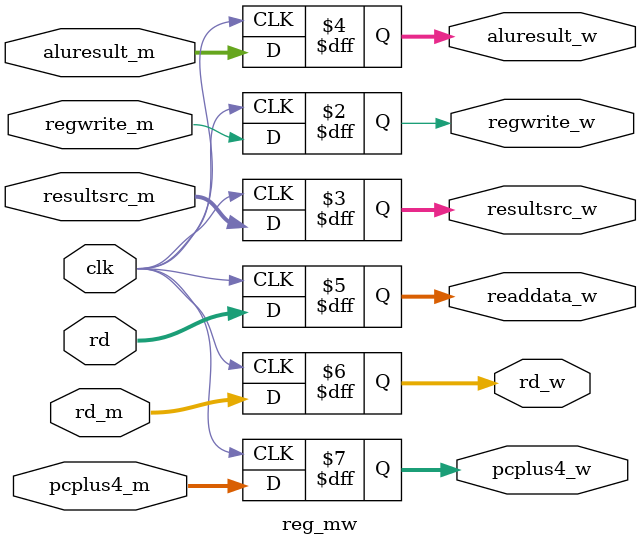
<source format=v>
`timescale 1ns / 1ps


module reg_mw (
    // Inputs
    input wire clk,
    input wire regwrite_m,
    input wire [1:0] resultsrc_m,
    input wire [31:0] aluresult_m,
    input wire [31:0] rd,
    input wire [4:0] rd_m,           // Changed from [11:7] to [4:0]
    input wire [31:0] pcplus4_m,
    
    // Outputs
    output reg regwrite_w,
    output reg [1:0] resultsrc_w,
    output reg [31:0] aluresult_w,
    output reg [31:0] readdata_w,
    output reg [4:0] rd_w,
    output reg [31:0] pcplus4_w
);

    always @(posedge clk) begin
        aluresult_w <= aluresult_m;
        readdata_w  <= rd;
        pcplus4_w   <= pcplus4_m;
        rd_w        <= rd_m;
        resultsrc_w <= resultsrc_m;
        regwrite_w  <= regwrite_m;
    end

endmodule

</source>
